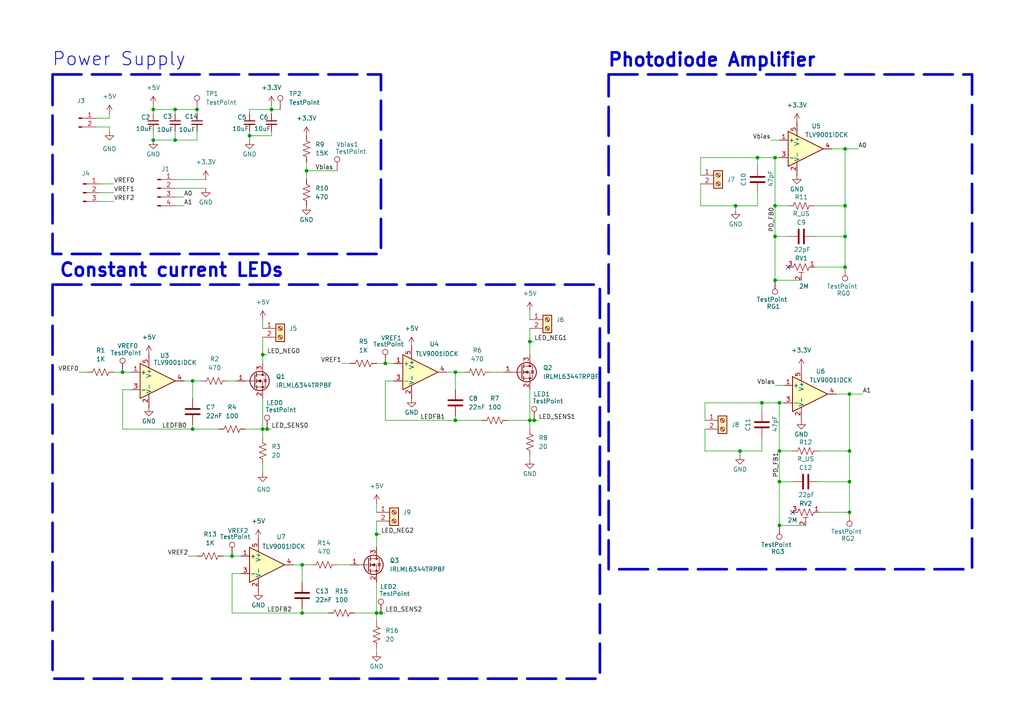
<source format=kicad_sch>
(kicad_sch (version 20231120) (generator "eeschema") (generator_version "8.0")
  (paper "A4")
  (lib_symbols
    (symbol "Amplifier_Operational:TLV9001IDCK" (pin_names (offset 0.127))
      (property "Reference" "U" (at 7.62 2.54 0))
      (property "Value" "TLV9001IDCK" (at 11.43 -2.54 0))
      (symbol "TLV9001IDCK_0_1"
        (polyline (pts (xy -2.54 5.08) (xy -2.54 -5.08) (xy 7.62 0) (xy -2.54 5.08)) (stroke (width 0.254)) (fill (type background)))
      )
      (symbol "TLV9001IDCK_1_1"
        (pin input line (at -5.08 2.54 0) (length 2.54) (name "+") (number "1"))
        (pin power_in line (at 0 -7.62 90) (length 3.81) (name "V-") (number "2"))
        (pin input line (at -5.08 -2.54 0) (length 2.54) (name "-") (number "3"))
        (pin output line (at 10.16 0 180) (length 2.54) (name "~") (number "4"))
        (pin power_in line (at 0 7.62 270) (length 3.81) (name "V+") (number "5"))
      )
    )
    (symbol "Connector:Conn_01x02_Pin" (pin_names (offset 1.016) hide)
      (property "Reference" "J" (at 0 2.54 0))
      (property "Value" "Conn_01x02_Pin" (at 0 -5.08 0))
      (symbol "Conn_01x02_Pin_1_1"
        (polyline (pts (xy 1.27 -2.54) (xy 0.8636 -2.54)) (stroke (width 0.1524)))
        (polyline (pts (xy 1.27 0) (xy 0.8636 0)) (stroke (width 0.1524)))
        (rectangle (start 0.8636 -2.413) (end 0 -2.667) (stroke (width 0.1524)) (fill (type outline)))
        (rectangle (start 0.8636 0.127) (end 0 -0.127) (stroke (width 0.1524)) (fill (type outline)))
        (pin passive line (at 5.08 0 180) (length 3.81) (name "Pin_1") (number "1"))
        (pin passive line (at 5.08 -2.54 180) (length 3.81) (name "Pin_2") (number "2"))
      )
    )
    (symbol "Connector:Conn_01x03_Pin" (pin_names (offset 1.016) hide)
      (property "Reference" "J" (at 0 5.08 0))
      (property "Value" "Conn_01x03_Pin" (at 0 -5.08 0))
      (symbol "Conn_01x03_Pin_1_1"
        (polyline (pts (xy 1.27 -2.54) (xy 0.8636 -2.54)) (stroke (width 0.1524)))
        (polyline (pts (xy 1.27 0) (xy 0.8636 0)) (stroke (width 0.1524)))
        (polyline (pts (xy 1.27 2.54) (xy 0.8636 2.54)) (stroke (width 0.1524)))
        (rectangle (start 0.8636 -2.413) (end 0 -2.667) (stroke (width 0.1524)) (fill (type outline)))
        (rectangle (start 0.8636 0.127) (end 0 -0.127) (stroke (width 0.1524)) (fill (type outline)))
        (rectangle (start 0.8636 2.667) (end 0 2.413) (stroke (width 0.1524)) (fill (type outline)))
        (pin passive line (at 5.08 2.54 180) (length 3.81) (name "Pin_1") (number "1"))
        (pin passive line (at 5.08 0 180) (length 3.81) (name "Pin_2") (number "2"))
        (pin passive line (at 5.08 -2.54 180) (length 3.81) (name "Pin_3") (number "3"))
      )
    )
    (symbol "Connector:Conn_01x04_Pin" (pin_names (offset 1.016) hide)
      (property "Reference" "J" (at 0 5.08 0))
      (property "Value" "Conn_01x04_Pin" (at 0 -7.62 0))
      (symbol "Conn_01x04_Pin_1_1"
        (polyline (pts (xy 1.27 -5.08) (xy 0.8636 -5.08)) (stroke (width 0.1524)))
        (polyline (pts (xy 1.27 -2.54) (xy 0.8636 -2.54)) (stroke (width 0.1524)))
        (polyline (pts (xy 1.27 0) (xy 0.8636 0)) (stroke (width 0.1524)))
        (polyline (pts (xy 1.27 2.54) (xy 0.8636 2.54)) (stroke (width 0.1524)))
        (rectangle (start 0.8636 -4.953) (end 0 -5.207) (stroke (width 0.1524)) (fill (type outline)))
        (rectangle (start 0.8636 -2.413) (end 0 -2.667) (stroke (width 0.1524)) (fill (type outline)))
        (rectangle (start 0.8636 0.127) (end 0 -0.127) (stroke (width 0.1524)) (fill (type outline)))
        (rectangle (start 0.8636 2.667) (end 0 2.413) (stroke (width 0.1524)) (fill (type outline)))
        (pin passive line (at 5.08 2.54 180) (length 3.81) (name "Pin_1") (number "1"))
        (pin passive line (at 5.08 0 180) (length 3.81) (name "Pin_2") (number "2"))
        (pin passive line (at 5.08 -2.54 180) (length 3.81) (name "Pin_3") (number "3"))
        (pin passive line (at 5.08 -5.08 180) (length 3.81) (name "Pin_4") (number "4"))
      )
    )
    (symbol "Connector:Screw_Terminal_01x02" (pin_names (offset 1.016) hide)
      (property "Reference" "J" (at 0 2.54 0))
      (property "Value" "Screw_Terminal_01x02" (at 0 -5.08 0))
      (symbol "Screw_Terminal_01x02_1_1"
        (rectangle (start -1.27 1.27) (end 1.27 -3.81) (stroke (width 0.254)) (fill (type background)))
        (circle (center 0 -2.54) (radius 0.635) (stroke (width 0.1524)))
        (polyline (pts (xy -0.5334 -2.2098) (xy 0.3302 -3.048)) (stroke (width 0.1524)))
        (polyline (pts (xy -0.5334 0.3302) (xy 0.3302 -0.508)) (stroke (width 0.1524)))
        (polyline (pts (xy -0.3556 -2.032) (xy 0.508 -2.8702)) (stroke (width 0.1524)))
        (polyline (pts (xy -0.3556 0.508) (xy 0.508 -0.3302)) (stroke (width 0.1524)))
        (circle (center 0 0) (radius 0.635) (stroke (width 0.1524)))
        (pin passive line (at -5.08 0 0) (length 3.81) (name "Pin_1") (number "1"))
        (pin passive line (at -5.08 -2.54 0) (length 3.81) (name "Pin_2") (number "2"))
      )
    )
    (symbol "Connector:TestPoint" (pin_numbers hide) (pin_names (offset 0.762) hide)
      (property "Reference" "TP" (at 0 6.858 0))
      (property "Value" "TestPoint" (at 0 5.08 0))
      (symbol "TestPoint_0_1"
        (circle (center 0 3.302) (radius 0.762))
      )
      (symbol "TestPoint_1_1"
        (pin passive line (at 0 0 90) (length 2.54) (name "1") (number "1"))
      )
    )
    (symbol "Device:C" (pin_numbers hide) (pin_names (offset 0.254))
      (property "Reference" "C" (at 0.635 2.54 0))
      (property "Value" "C" (at 0.635 -2.54 0))
      (symbol "C_0_1"
        (polyline (pts (xy -2.032 -0.762) (xy 2.032 -0.762)) (stroke (width 0.508)))
        (polyline (pts (xy -2.032 0.762) (xy 2.032 0.762)) (stroke (width 0.508)))
      )
      (symbol "C_1_1"
        (pin passive line (at 0 3.81 270) (length 2.794) (name "~") (number "1"))
        (pin passive line (at 0 -3.81 90) (length 2.794) (name "~") (number "2"))
      )
    )
    (symbol "Device:C_Small" (pin_numbers hide) (pin_names (offset 0.254) hide)
      (property "Reference" "C" (at 0.254 1.778 0))
      (property "Value" "C_Small" (at 0.254 -2.032 0))
      (symbol "C_Small_0_1"
        (polyline (pts (xy -1.524 -0.508) (xy 1.524 -0.508)) (stroke (width 0.3302)))
        (polyline (pts (xy -1.524 0.508) (xy 1.524 0.508)) (stroke (width 0.3048)))
      )
      (symbol "C_Small_1_1"
        (pin passive line (at 0 2.54 270) (length 2.032) (name "~") (number "1"))
        (pin passive line (at 0 -2.54 90) (length 2.032) (name "~") (number "2"))
      )
    )
    (symbol "Device:R_Potentiometer_Trim_US" (pin_names (offset 1.016) hide)
      (property "Reference" "RV" (at -4.445 0 90))
      (property "Value" "R_Potentiometer_Trim_US" (at -2.54 0 90))
      (symbol "R_Potentiometer_Trim_US_0_1"
        (polyline (pts (xy 0 -2.286) (xy 0 -2.54)))
        (polyline (pts (xy 0 2.286) (xy 0 2.54)))
        (polyline (pts (xy 1.524 0.762) (xy 1.524 -0.762)))
        (polyline (pts (xy 2.54 0) (xy 1.524 0)))
        (polyline (pts (xy 0 -0.762) (xy 1.016 -1.143) (xy 0 -1.524) (xy -1.016 -1.905) (xy 0 -2.286)))
        (polyline (pts (xy 0 0.762) (xy 1.016 0.381) (xy 0 0) (xy -1.016 -0.381) (xy 0 -0.762)))
        (polyline (pts (xy 0 2.286) (xy 1.016 1.905) (xy 0 1.524) (xy -1.016 1.143) (xy 0 0.762)))
      )
      (symbol "R_Potentiometer_Trim_US_1_1"
        (pin passive line (at 0 3.81 270) (length 1.27) (name "1") (number "1"))
        (pin passive line (at 3.81 0 180) (length 1.27) (name "2") (number "2"))
        (pin passive line (at 0 -3.81 90) (length 1.27) (name "3") (number "3"))
      )
    )
    (symbol "Device:R_US" (pin_numbers hide) (pin_names (offset 0))
      (property "Reference" "R" (at 2.54 0 90))
      (property "Value" "R_US" (at -2.54 0 90))
      (symbol "R_US_0_1"
        (polyline (pts (xy 0 -2.286) (xy 0 -2.54)))
        (polyline (pts (xy 0 2.286) (xy 0 2.54)))
        (polyline (pts (xy 0 -0.762) (xy 1.016 -1.143) (xy 0 -1.524) (xy -1.016 -1.905) (xy 0 -2.286)))
        (polyline (pts (xy 0 0.762) (xy 1.016 0.381) (xy 0 0) (xy -1.016 -0.381) (xy 0 -0.762)))
        (polyline (pts (xy 0 2.286) (xy 1.016 1.905) (xy 0 1.524) (xy -1.016 1.143) (xy 0 0.762)))
      )
      (symbol "R_US_1_1"
        (pin passive line (at 0 3.81 270) (length 1.27) (name "~") (number "1"))
        (pin passive line (at 0 -3.81 90) (length 1.27) (name "~") (number "2"))
      )
    )
    (symbol "Transistor_FET:2N7002" (pin_names hide)
      (property "Reference" "Q" (at 5.08 1.905 0))
      (property "Value" "2N7002" (at 5.08 0 0))
      (symbol "2N7002_0_1"
        (polyline (pts (xy 0.254 0) (xy -2.54 0)))
        (polyline (pts (xy 0.254 1.905) (xy 0.254 -1.905)) (stroke (width 0.254)))
        (polyline (pts (xy 0.762 -1.27) (xy 0.762 -2.286)) (stroke (width 0.254)))
        (polyline (pts (xy 0.762 0.508) (xy 0.762 -0.508)) (stroke (width 0.254)))
        (polyline (pts (xy 0.762 2.286) (xy 0.762 1.27)) (stroke (width 0.254)))
        (polyline (pts (xy 2.54 2.54) (xy 2.54 1.778)))
        (polyline (pts (xy 2.54 -2.54) (xy 2.54 0) (xy 0.762 0)))
        (polyline (pts (xy 0.762 -1.778) (xy 3.302 -1.778) (xy 3.302 1.778) (xy 0.762 1.778)))
        (polyline (pts (xy 1.016 0) (xy 2.032 0.381) (xy 2.032 -0.381) (xy 1.016 0)) (fill (type outline)))
        (polyline (pts (xy 2.794 0.508) (xy 2.921 0.381) (xy 3.683 0.381) (xy 3.81 0.254)))
        (polyline (pts (xy 3.302 0.381) (xy 2.921 -0.254) (xy 3.683 -0.254) (xy 3.302 0.381)))
        (circle (center 1.651 0) (radius 2.794) (stroke (width 0.254)))
        (circle (center 2.54 -1.778) (radius 0.254) (fill (type outline)))
        (circle (center 2.54 1.778) (radius 0.254) (fill (type outline)))
      )
      (symbol "2N7002_1_1"
        (pin input line (at -5.08 0 0) (length 2.54) (name "G") (number "1"))
        (pin passive line (at 2.54 -5.08 90) (length 2.54) (name "S") (number "2"))
        (pin passive line (at 2.54 5.08 270) (length 2.54) (name "D") (number "3"))
      )
    )
    (symbol "power:+3.3V" (power) (pin_numbers hide) (pin_names (offset 0) hide)
      (property "Value" "+3.3V" (at 0 3.556 0))
      (symbol "+3.3V_0_1"
        (polyline (pts (xy -0.762 1.27) (xy 0 2.54)))
        (polyline (pts (xy 0 0) (xy 0 2.54)))
        (polyline (pts (xy 0 2.54) (xy 0.762 1.27)))
      )
      (symbol "+3.3V_1_1"
        (pin power_in line (at 0 0 90) (length 0) (name "~") (number "1"))
      )
    )
    (symbol "power:+5V" (power) (pin_numbers hide) (pin_names (offset 0) hide)
      (property "Value" "+5V" (at 0 3.556 0))
      (symbol "+5V_0_1"
        (polyline (pts (xy -0.762 1.27) (xy 0 2.54)))
        (polyline (pts (xy 0 0) (xy 0 2.54)))
        (polyline (pts (xy 0 2.54) (xy 0.762 1.27)))
      )
      (symbol "+5V_1_1"
        (pin power_in line (at 0 0 90) (length 0) (name "~") (number "1"))
      )
    )
    (symbol "power:GND" (power) (pin_numbers hide) (pin_names (offset 0) hide)
      (property "Value" "GND" (at 0 -3.81 0))
      (symbol "GND_0_1"
        (polyline (pts (xy 0 0) (xy 0 -1.27) (xy 1.27 -1.27) (xy 0 -2.54) (xy -1.27 -1.27) (xy 0 -1.27)))
      )
      (symbol "GND_1_1"
        (pin power_in line (at 0 0 270) (length 0) (name "~") (number "1"))
      )
    )
  )
  (junction (at 57.15 31.75))
  (junction (at 226.06 130.81))
  (junction (at 246.38 114.3))
  (junction (at 226.06 152.4))
  (junction (at 111.76 105.41))
  (junction (at 35.56 107.95))
  (junction (at 224.79 59.69))
  (junction (at 87.63 163.83))
  (junction (at 153.67 121.92))
  (junction (at 55.88 124.46))
  (junction (at 72.39 39.37))
  (junction (at 213.36 59.69))
  (junction (at 109.22 154.94))
  (junction (at 67.31 161.29))
  (junction (at 132.08 107.95))
  (junction (at 87.63 177.8))
  (junction (at 78.74 31.75))
  (junction (at 214.63 130.81))
  (junction (at 226.06 116.84))
  (junction (at 44.45 40.64))
  (junction (at 50.8 31.75))
  (junction (at 76.2 102.87))
  (junction (at 153.67 99.06))
  (junction (at 245.11 68.58))
  (junction (at 246.38 148.59))
  (junction (at 220.98 116.84))
  (junction (at 245.11 77.47))
  (junction (at 245.11 43.18))
  (junction (at 226.06 139.7))
  (junction (at 110.49 177.8))
  (junction (at 246.38 139.7))
  (junction (at 109.22 177.8))
  (junction (at 55.88 110.49))
  (junction (at 76.2 124.46))
  (junction (at 154.94 121.92))
  (junction (at 50.8 40.64))
  (junction (at 224.79 68.58))
  (junction (at 224.79 45.72))
  (junction (at 132.08 121.92))
  (junction (at 219.71 45.72))
  (junction (at 88.9 49.53))
  (junction (at 224.79 81.28))
  (junction (at 245.11 59.69))
  (junction (at 246.38 130.81))
  (junction (at 44.45 31.75))
  (junction (at 77.47 124.46))
  (no_connect (at 229.87 148.59))
  (no_connect (at 228.6 77.47))
  (wire (pts (xy 224.79 45.72) (xy 219.71 45.72)))
  (wire (pts (xy 233.68 152.4) (xy 226.06 152.4)))
  (wire (pts (xy 95.25 177.8) (xy 87.63 177.8)))
  (wire (pts (xy 224.79 68.58) (xy 224.79 81.28)))
  (wire (pts (xy 227.33 116.84) (xy 226.06 116.84)))
  (wire (pts (xy 57.15 31.75) (xy 57.15 33.02)))
  (wire (pts (xy 109.22 154.94) (xy 109.22 158.75)))
  (wire (pts (xy 35.56 113.03) (xy 38.1 113.03)))
  (wire (pts (xy 228.6 68.58) (xy 224.79 68.58)))
  (wire (pts (xy 153.67 99.06) (xy 153.67 102.87)))
  (wire (pts (xy 97.79 163.83) (xy 101.6 163.83)))
  (wire (pts (xy 229.87 139.7) (xy 226.06 139.7)))
  (wire (pts (xy 246.38 114.3) (xy 242.57 114.3)))
  (wire (pts (xy 71.12 124.46) (xy 76.2 124.46)))
  (wire (pts (xy 245.11 43.18) (xy 241.3 43.18)))
  (wire (pts (xy 72.39 31.75) (xy 78.74 31.75)))
  (wire (pts (xy 132.08 107.95) (xy 134.62 107.95)))
  (wire (pts (xy 219.71 59.69) (xy 219.71 55.88)))
  (wire (pts (xy 204.47 124.46) (xy 204.47 130.81)))
  (wire (pts (xy 55.88 110.49) (xy 55.88 115.57)))
  (wire (pts (xy 226.06 45.72) (xy 224.79 45.72)))
  (wire (pts (xy 109.22 151.13) (xy 109.22 154.94)))
  (wire (pts (xy 109.22 105.41) (xy 111.76 105.41)))
  (wire (pts (xy 246.38 139.7) (xy 237.49 139.7)))
  (wire (pts (xy 110.49 177.8) (xy 111.76 177.8)))
  (wire (pts (xy 63.5 124.46) (xy 55.88 124.46)))
  (wire (pts (xy 102.87 177.8) (xy 109.22 177.8)))
  (wire (pts (xy 226.06 139.7) (xy 226.06 130.81)))
  (wire (pts (xy 109.22 177.8) (xy 110.49 177.8)))
  (wire (pts (xy 88.9 49.53) (xy 88.9 52.07)))
  (wire (pts (xy 31.75 36.83) (xy 31.75 38.1)))
  (wire (pts (xy 246.38 139.7) (xy 246.38 148.59)))
  (wire (pts (xy 72.39 39.37) (xy 72.39 40.64)))
  (wire (pts (xy 226.06 130.81) (xy 226.06 116.84)))
  (wire (pts (xy 27.94 34.29) (xy 31.75 34.29)))
  (wire (pts (xy 76.2 102.87) (xy 76.2 105.41)))
  (wire (pts (xy 220.98 116.84) (xy 220.98 119.38)))
  (wire (pts (xy 22.86 107.95) (xy 25.4 107.95)))
  (wire (pts (xy 54.61 161.29) (xy 57.15 161.29)))
  (wire (pts (xy 72.39 38.1) (xy 72.39 39.37)))
  (wire (pts (xy 153.67 90.17) (xy 153.67 92.71)))
  (wire (pts (xy 76.2 124.46) (xy 76.2 127)))
  (wire (pts (xy 246.38 148.59) (xy 237.49 148.59)))
  (wire (pts (xy 35.56 107.95) (xy 38.1 107.95)))
  (wire (pts (xy 53.34 110.49) (xy 55.88 110.49)))
  (wire (pts (xy 66.04 110.49) (xy 68.58 110.49)))
  (wire (pts (xy 78.74 38.1) (xy 78.74 39.37)))
  (wire (pts (xy 72.39 31.75) (xy 72.39 33.02)))
  (wire (pts (xy 111.76 105.41) (xy 114.3 105.41)))
  (wire (pts (xy 72.39 39.37) (xy 78.74 39.37)))
  (wire (pts (xy 132.08 120.65) (xy 132.08 121.92)))
  (wire (pts (xy 44.45 30.48) (xy 44.45 31.75)))
  (wire (pts (xy 245.11 77.47) (xy 236.22 77.47)))
  (wire (pts (xy 87.63 177.8) (xy 67.31 177.8)))
  (wire (pts (xy 50.8 57.15) (xy 53.34 57.15)))
  (wire (pts (xy 203.2 53.34) (xy 203.2 59.69)))
  (wire (pts (xy 33.02 107.95) (xy 35.56 107.95)))
  (wire (pts (xy 88.9 49.53) (xy 97.79 49.53)))
  (wire (pts (xy 236.22 59.69) (xy 245.11 59.69)))
  (wire (pts (xy 245.11 43.18) (xy 248.92 43.18)))
  (wire (pts (xy 78.74 30.48) (xy 78.74 31.75)))
  (wire (pts (xy 64.77 161.29) (xy 67.31 161.29)))
  (wire (pts (xy 109.22 154.94) (xy 110.49 154.94)))
  (wire (pts (xy 132.08 121.92) (xy 111.76 121.92)))
  (wire (pts (xy 204.47 116.84) (xy 204.47 121.92)))
  (wire (pts (xy 147.32 121.92) (xy 153.67 121.92)))
  (wire (pts (xy 224.79 68.58) (xy 224.79 59.69)))
  (wire (pts (xy 29.21 58.42) (xy 33.02 58.42)))
  (wire (pts (xy 109.22 146.05) (xy 109.22 148.59)))
  (wire (pts (xy 50.8 40.64) (xy 57.15 40.64)))
  (wire (pts (xy 226.06 139.7) (xy 226.06 152.4)))
  (wire (pts (xy 203.2 45.72) (xy 203.2 50.8)))
  (wire (pts (xy 245.11 59.69) (xy 245.11 68.58)))
  (wire (pts (xy 219.71 45.72) (xy 203.2 45.72)))
  (wire (pts (xy 87.63 176.53) (xy 87.63 177.8)))
  (wire (pts (xy 77.47 124.46) (xy 78.74 124.46)))
  (wire (pts (xy 154.94 121.92) (xy 156.21 121.92)))
  (wire (pts (xy 246.38 130.81) (xy 246.38 139.7)))
  (wire (pts (xy 76.2 134.62) (xy 76.2 137.16)))
  (wire (pts (xy 237.49 130.81) (xy 246.38 130.81)))
  (wire (pts (xy 55.88 123.19) (xy 55.88 124.46)))
  (wire (pts (xy 153.67 99.06) (xy 154.94 99.06)))
  (wire (pts (xy 29.21 53.34) (xy 33.02 53.34)))
  (wire (pts (xy 142.24 107.95) (xy 146.05 107.95)))
  (wire (pts (xy 220.98 116.84) (xy 204.47 116.84)))
  (wire (pts (xy 224.79 111.76) (xy 227.33 111.76)))
  (wire (pts (xy 109.22 177.8) (xy 109.22 180.34)))
  (wire (pts (xy 129.54 107.95) (xy 132.08 107.95)))
  (wire (pts (xy 67.31 161.29) (xy 69.85 161.29)))
  (wire (pts (xy 76.2 124.46) (xy 77.47 124.46)))
  (wire (pts (xy 232.41 81.28) (xy 224.79 81.28)))
  (wire (pts (xy 109.22 189.23) (xy 109.22 187.96)))
  (wire (pts (xy 76.2 92.71) (xy 76.2 95.25)))
  (wire (pts (xy 109.22 168.91) (xy 109.22 177.8)))
  (wire (pts (xy 246.38 114.3) (xy 250.19 114.3)))
  (wire (pts (xy 153.67 95.25) (xy 153.67 99.06)))
  (wire (pts (xy 50.8 31.75) (xy 57.15 31.75)))
  (wire (pts (xy 223.52 40.64) (xy 226.06 40.64)))
  (wire (pts (xy 35.56 124.46) (xy 35.56 113.03)))
  (wire (pts (xy 78.74 31.75) (xy 78.74 33.02)))
  (wire (pts (xy 50.8 54.61) (xy 59.69 54.61)))
  (wire (pts (xy 153.67 133.35) (xy 153.67 132.08)))
  (wire (pts (xy 228.6 59.69) (xy 224.79 59.69)))
  (wire (pts (xy 44.45 38.1) (xy 44.45 40.64)))
  (wire (pts (xy 139.7 121.92) (xy 132.08 121.92)))
  (wire (pts (xy 31.75 33.02) (xy 31.75 34.29)))
  (wire (pts (xy 153.67 121.92) (xy 153.67 124.46)))
  (wire (pts (xy 78.74 31.75) (xy 81.28 31.75)))
  (wire (pts (xy 203.2 59.69) (xy 213.36 59.69)))
  (wire (pts (xy 85.09 163.83) (xy 87.63 163.83)))
  (wire (pts (xy 213.36 60.96) (xy 213.36 59.69)))
  (wire (pts (xy 50.8 31.75) (xy 50.8 33.02)))
  (wire (pts (xy 213.36 59.69) (xy 219.71 59.69)))
  (wire (pts (xy 88.9 46.99) (xy 88.9 49.53)))
  (wire (pts (xy 87.63 163.83) (xy 90.17 163.83)))
  (wire (pts (xy 76.2 102.87) (xy 77.47 102.87)))
  (wire (pts (xy 67.31 177.8) (xy 67.31 166.37)))
  (wire (pts (xy 111.76 110.49) (xy 114.3 110.49)))
  (wire (pts (xy 214.63 130.81) (xy 220.98 130.81)))
  (wire (pts (xy 55.88 110.49) (xy 58.42 110.49)))
  (wire (pts (xy 245.11 68.58) (xy 236.22 68.58)))
  (wire (pts (xy 44.45 31.75) (xy 50.8 31.75)))
  (wire (pts (xy 246.38 130.81) (xy 246.38 114.3)))
  (wire (pts (xy 27.94 36.83) (xy 31.75 36.83)))
  (wire (pts (xy 99.06 105.41) (xy 101.6 105.41)))
  (wire (pts (xy 57.15 38.1) (xy 57.15 40.64)))
  (wire (pts (xy 245.11 59.69) (xy 245.11 43.18)))
  (wire (pts (xy 44.45 31.75) (xy 44.45 33.02)))
  (wire (pts (xy 76.2 115.57) (xy 76.2 124.46)))
  (wire (pts (xy 245.11 68.58) (xy 245.11 77.47)))
  (wire (pts (xy 67.31 166.37) (xy 69.85 166.37)))
  (wire (pts (xy 204.47 130.81) (xy 214.63 130.81)))
  (wire (pts (xy 50.8 59.69) (xy 53.34 59.69)))
  (wire (pts (xy 226.06 116.84) (xy 220.98 116.84)))
  (wire (pts (xy 29.21 55.88) (xy 33.02 55.88)))
  (wire (pts (xy 153.67 121.92) (xy 154.94 121.92)))
  (wire (pts (xy 55.88 124.46) (xy 35.56 124.46)))
  (wire (pts (xy 224.79 59.69) (xy 224.79 45.72)))
  (wire (pts (xy 111.76 121.92) (xy 111.76 110.49)))
  (wire (pts (xy 229.87 130.81) (xy 226.06 130.81)))
  (wire (pts (xy 44.45 40.64) (xy 50.8 40.64)))
  (wire (pts (xy 50.8 38.1) (xy 50.8 40.64)))
  (wire (pts (xy 214.63 132.08) (xy 214.63 130.81)))
  (wire (pts (xy 219.71 45.72) (xy 219.71 48.26)))
  (wire (pts (xy 132.08 107.95) (xy 132.08 113.03)))
  (wire (pts (xy 76.2 97.79) (xy 76.2 102.87)))
  (wire (pts (xy 153.67 113.03) (xy 153.67 121.92)))
  (wire (pts (xy 87.63 163.83) (xy 87.63 168.91)))
  (wire (pts (xy 50.8 52.07) (xy 59.69 52.07)))
  (wire (pts (xy 220.98 130.81) (xy 220.98 127)))
  (rectangle (start 176.53 21.59) (end 281.94 165.1) (stroke (width 0.762) (type dash)))
  (rectangle (start 15.24 82.55) (end 173.99 196.85) (stroke (width 0.762) (type dash)))
  (rectangle (start 15.24 21.59) (end 110.49 73.66) (stroke (width 0.762) (type dash)))
  (text "Constant current LEDs" (at 49.784 78.486 0) (effects (font (size 3.81 3.81) (bold yes))))
  (text "Photodiode Amplifier" (at 206.502 17.526 0) (effects (font (size 3.81 3.81) (bold yes))))
  (text "Power Supply" (at 34.544 17.272 0) (effects (font (size 3.81 3.81) (thickness 0.254) (bold yes))))
  (label "PD_FB1" (at 226.06 138.43 90))
  (label "LED_SENS0" (at 78.74 124.46 0))
  (label "LED_NEG0" (at 77.47 102.87 0))
  (label "A0" (at 53.34 57.15 0))
  (label "VREF2" (at 33.02 58.42 0))
  (label "VREF2" (at 54.61 161.29 180))
  (label "LEDFB1" (at 121.92 121.92 0))
  (label "LED_NEG2" (at 110.49 154.94 0))
  (label "A1" (at 250.19 114.3 0))
  (label "A0" (at 248.92 43.18 0))
  (label "VREF0" (at 33.02 53.34 0))
  (label "Vbias" (at 223.52 40.64 180))
  (label "LEDFB2" (at 77.47 177.8 0))
  (label "VREF0" (at 22.86 107.95 180))
  (label "Vbias" (at 91.44 49.53 0))
  (label "LED_NEG1" (at 154.94 99.06 0))
  (label "VREF1" (at 99.06 105.41 180))
  (label "PD_FB0" (at 224.79 67.31 90))
  (label "LED_SENS2" (at 111.76 177.8 0))
  (label "VREF1" (at 33.02 55.88 0))
  (label "LED_SENS1" (at 156.21 121.92 0))
  (label "Vbias" (at 224.79 111.76 180))
  (label "A1" (at 53.34 59.69 0))
  (label "LEDFB0" (at 46.99 124.46 0))
  (symbol (lib_id "power:GND") (at 214.63 132.08 0) (unit 1)
    (property "Reference" "#PWR022" (effects (hide yes)))
    (property "Value" "GND" (at 214.63 136.144 0))
    (property "Description" "Power symbol creates a global label with name \"GND\" , ground" (effects (hide yes)))
  )
  (symbol (lib_id "Connector:TestPoint") (at 97.79 49.53 0) (unit 1)
    (property "Reference" "Vbias1" (at 97.536 41.91 0) (effects (justify left)))
    (property "Value" "TestPoint" (at 97.282 43.942 0) (effects (justify left)))
    (property "Footprint" "TestPoint:TestPoint_Pad_1.0x1.0mm" (effects (hide yes)))
    (property "Description" "test point" (effects (hide yes)))
  )
  (symbol (lib_id "power:+5V") (at 43.18 102.87 0) (unit 1)
    (property "Reference" "#PWR016" (effects (hide yes)))
    (property "Value" "+5V" (at 43.18 97.79 0))
    (property "Description" "Power symbol creates a global label with name \"+5V\"" (effects (hide yes)))
  )
  (symbol (lib_id "power:GND") (at 76.2 137.16 0) (unit 1)
    (property "Reference" "#PWR012" (effects (hide yes)))
    (property "Value" "GND" (at 76.454 141.986 0))
    (property "Description" "Power symbol creates a global label with name \"GND\" , ground" (effects (hide yes)))
  )
  (symbol (lib_id "Connector:TestPoint") (at 35.56 107.95 0) (unit 1)
    (property "Reference" "VREF0" (at 34.036 100.33 0) (effects (justify left)))
    (property "Value" "TestPoint" (at 32.004 102.362 0) (effects (justify left)))
    (property "Footprint" "TestPoint:TestPoint_THTPad_1.5x1.5mm_Drill0.7mm" (effects (hide yes)))
    (property "Description" "test point" (effects (hide yes)))
  )
  (symbol (lib_id "Connector:TestPoint") (at 226.06 152.4 180) (unit 1)
    (property "Reference" "RG3" (at 227.584 160.02 0) (effects (justify left)))
    (property "Value" "TestPoint" (at 229.616 157.988 0) (effects (justify left)))
    (property "Footprint" "TestPoint:TestPoint_THTPad_1.5x1.5mm_Drill0.7mm" (effects (hide yes)))
    (property "Description" "test point" (effects (hide yes)))
  )
  (symbol (lib_id "power:GND") (at 213.36 60.96 0) (unit 1)
    (property "Reference" "#PWR024" (effects (hide yes)))
    (property "Value" "GND" (at 213.36 65.024 0))
    (property "Description" "Power symbol creates a global label with name \"GND\" , ground" (effects (hide yes)))
  )
  (symbol (lib_id "Transistor_FET:2N7002") (at 106.68 163.83 0) (unit 1)
    (property "Reference" "Q3" (at 113.03 162.5599 0) (effects (justify left)))
    (property "Value" "IRLML6344TRPBF" (at 113.03 165.0999 0) (effects (justify left)))
    (property "Footprint" "Package_TO_SOT_SMD:SOT-23_Handsoldering" (effects (hide yes)))
    (property "Description" "5.8A Id, 25V Vds, 24mOhm, 5.4 Qg, N-Channel MOSFET, SOT-23" (effects (hide yes)))
  )
  (symbol (lib_id "Device:C") (at 219.71 52.07 180) (unit 1)
    (property "Reference" "C10" (at 215.646 52.07 90))
    (property "Value" "47pF" (at 223.52 51.816 90))
    (property "Footprint" "Capacitor_SMD:C_0603_1608Metric_Pad1.08x0.95mm_HandSolder" (effects (hide yes)))
    (property "Description" "Unpolarized capacitor" (effects (hide yes)))
  )
  (symbol (lib_id "Connector:Conn_01x04_Pin") (at 45.72 54.61 0) (unit 1)
    (property "Reference" "J1" (at 48.006 49.022 0))
    (property "Value" "Conn_01x04_Pin" (effects (hide yes)))
    (property "Footprint" "Connector_PinHeader_2.54mm:PinHeader_1x04_P2.54mm_Vertical" (effects (hide yes)))
    (property "Description" "Generic connector, single row, 01x04, script generated" (effects (hide yes)))
  )
  (symbol (lib_id "Device:R_US") (at 232.41 59.69 270) (unit 1)
    (property "Reference" "R11" (at 232.41 57.15 90))
    (property "Value" "R_US" (at 232.41 61.976 90))
    (property "Footprint" "Resistor_SMD:R_0603_1608Metric_Pad0.98x0.95mm_HandSolder" (effects (hide yes)))
    (property "Description" "Resistor, US symbol" (effects (hide yes)))
  )
  (symbol (lib_id "power:GND") (at 72.39 40.64 0) (unit 1)
    (property "Reference" "#PWR05" (effects (hide yes)))
    (property "Value" "GND" (at 72.39 44.704 0))
    (property "Description" "Power symbol creates a global label with name \"GND\" , ground" (effects (hide yes)))
  )
  (symbol (lib_id "power:+5V") (at 109.22 146.05 0) (unit 1)
    (property "Reference" "#PWR030" (effects (hide yes)))
    (property "Value" "+5V" (at 109.22 140.97 0))
    (property "Description" "Power symbol creates a global label with name \"+5V\"" (effects (hide yes)))
  )
  (symbol (lib_id "power:+3.3V") (at 231.14 35.56 0) (unit 1)
    (property "Reference" "#PWR020" (effects (hide yes)))
    (property "Value" "+3.3V" (at 231.14 30.48 0))
    (property "Description" "Power symbol creates a global label with name \"+3.3V\"" (effects (hide yes)))
  )
  (symbol (lib_id "Amplifier_Operational:TLV9001IDCK") (at 43.18 110.49 0) (unit 1)
    (property "Reference" "U3" (at 47.752 103.124 0))
    (property "Value" "TLV9001IDCK" (at 50.8 105.156 0))
    (property "Footprint" "Package_TO_SOT_SMD:SOT-353_SC-70-5" (effects (hide yes)))
    (property "Datasheet" "https://www.ti.com/lit/ds/symlink/tlv9001.pdf" (effects (hide yes)))
    (property "Description" "Low-power, Rail-to-Rail, 1MHz Operational Amplifier, SOT-353" (effects (hide yes)))
  )
  (symbol (lib_id "Connector:TestPoint") (at 224.79 81.28 180) (unit 1)
    (property "Reference" "RG1" (at 226.314 88.9 0) (effects (justify left)))
    (property "Value" "TestPoint" (at 228.346 86.868 0) (effects (justify left)))
    (property "Footprint" "TestPoint:TestPoint_THTPad_1.5x1.5mm_Drill0.7mm" (effects (hide yes)))
    (property "Description" "test point" (effects (hide yes)))
  )
  (symbol (lib_id "Device:R_US") (at 76.2 130.81 0) (unit 1)
    (property "Reference" "R3" (at 78.74 129.5399 0) (effects (justify left)))
    (property "Value" "20" (at 78.74 132.0799 0) (effects (justify left)))
    (property "Footprint" "Resistor_SMD:R_0603_1608Metric_Pad0.98x0.95mm_HandSolder" (effects (hide yes)))
    (property "Description" "Resistor, US symbol" (effects (hide yes)))
  )
  (symbol (lib_id "Transistor_FET:2N7002") (at 151.13 107.95 0) (unit 1)
    (property "Reference" "Q2" (at 157.48 106.6799 0) (effects (justify left)))
    (property "Value" "IRLML6344TRPBF" (at 157.48 109.2199 0) (effects (justify left)))
    (property "Footprint" "Package_TO_SOT_SMD:SOT-23_Handsoldering" (effects (hide yes)))
    (property "Description" "5.8A Id, 25V Vds, 24mOhm, 5.4 Qg, N-Channel MOSFET, SOT-23" (effects (hide yes)))
  )
  (symbol (lib_id "power:+3.3V") (at 59.69 52.07 0) (unit 1)
    (property "Reference" "#PWR026" (effects (hide yes)))
    (property "Value" "+3.3V" (at 59.69 46.99 0))
    (property "Description" "Power symbol creates a global label with name \"+3.3V\"" (effects (hide yes)))
  )
  (symbol (lib_id "Device:R_US") (at 143.51 121.92 270) (unit 1)
    (property "Reference" "R7" (at 143.51 115.57 90))
    (property "Value" "100" (at 143.51 118.11 90))
    (property "Footprint" "Resistor_SMD:R_0603_1608Metric_Pad0.98x0.95mm_HandSolder" (effects (hide yes)))
    (property "Description" "Resistor, US symbol" (effects (hide yes)))
  )
  (symbol (lib_id "Device:R_US") (at 93.98 163.83 270) (unit 1)
    (property "Reference" "R14" (at 93.98 157.48 90))
    (property "Value" "470" (at 93.98 160.02 90))
    (property "Footprint" "Resistor_SMD:R_0603_1608Metric_Pad0.98x0.95mm_HandSolder" (effects (hide yes)))
    (property "Description" "Resistor, US symbol" (effects (hide yes)))
  )
  (symbol (lib_id "Device:C") (at 55.88 119.38 0) (unit 1)
    (property "Reference" "C7" (at 59.69 118.1099 0) (effects (justify left)))
    (property "Value" "22nF" (at 59.69 120.6499 0) (effects (justify left)))
    (property "Footprint" "Capacitor_SMD:C_0603_1608Metric_Pad1.08x0.95mm_HandSolder" (effects (hide yes)))
    (property "Description" "Unpolarized capacitor" (effects (hide yes)))
  )
  (symbol (lib_id "power:+5V") (at 119.38 100.33 0) (unit 1)
    (property "Reference" "#PWR017" (effects (hide yes)))
    (property "Value" "+5V" (at 119.38 95.25 0))
    (property "Description" "Power symbol creates a global label with name \"+5V\"" (effects (hide yes)))
  )
  (symbol (lib_id "power:GND") (at 74.93 171.45 0) (unit 1)
    (property "Reference" "#PWR029" (effects (hide yes)))
    (property "Value" "GND" (at 74.93 175.514 0))
    (property "Description" "Power symbol creates a global label with name \"GND\" , ground" (effects (hide yes)))
  )
  (symbol (lib_id "Transistor_FET:2N7002") (at 73.66 110.49 0) (unit 1)
    (property "Reference" "Q1" (at 80.01 109.2199 0) (effects (justify left)))
    (property "Value" "IRLML6344TRPBF" (at 80.01 111.7599 0) (effects (justify left)))
    (property "Footprint" "Package_TO_SOT_SMD:SOT-23_Handsoldering" (effects (hide yes)))
    (property "Description" "5.8A Id, 25V Vds, 24mOhm, 5.4 Qg, N-Channel MOSFET, SOT-23" (effects (hide yes)))
  )
  (symbol (lib_id "Amplifier_Operational:TLV9001IDCK") (at 232.41 114.3 0) (unit 1)
    (property "Reference" "U6" (at 237.998 107.696 0))
    (property "Value" "TLV9001IDCK" (at 241.046 110.236 0))
    (property "Footprint" "Package_TO_SOT_SMD:SOT-353_SC-70-5" (effects (hide yes)))
    (property "Datasheet" "https://www.ti.com/lit/ds/symlink/tlv9001.pdf" (effects (hide yes)))
    (property "Description" "Low-power, Rail-to-Rail, 1MHz Operational Amplifier, SOT-353" (effects (hide yes)))
  )
  (symbol (lib_id "Device:C_Small") (at 78.74 35.56 0) (unit 1)
    (property "Reference" "C6" (at 75.184 34.036 0) (effects (justify left)))
    (property "Value" "10uF" (at 73.66 37.338 0) (effects (justify left)))
    (property "Footprint" "Capacitor_SMD:C_0603_1608Metric_Pad1.08x0.95mm_HandSolder" (effects (hide yes)))
    (property "Description" "Unpolarized capacitor, small symbol" (effects (hide yes)))
  )
  (symbol (lib_id "Device:C_Small") (at 44.45 35.56 0) (unit 1)
    (property "Reference" "C2" (at 40.894 34.036 0) (effects (justify left)))
    (property "Value" "10uF" (at 39.37 37.338 0) (effects (justify left)))
    (property "Footprint" "Capacitor_SMD:C_0603_1608Metric_Pad1.08x0.95mm_HandSolder" (effects (hide yes)))
    (property "Description" "Unpolarized capacitor, small symbol" (effects (hide yes)))
  )
  (symbol (lib_id "Connector:Screw_Terminal_01x02") (at 158.75 92.71 0) (unit 1)
    (property "Reference" "J6" (at 161.29 92.7099 0) (effects (justify left)))
    (property "Value" "Screw_Terminal_01x02" (effects (hide yes)))
    (property "Footprint" "custom:TerminalBlock_PhoenixContact_1x02_P5.00mm_Vertical" (effects (hide yes)))
    (property "Description" "1869062" (effects (hide yes)))
  )
  (symbol (lib_id "power:GND") (at 231.14 50.8 0) (unit 1)
    (property "Reference" "#PWR021" (effects (hide yes)))
    (property "Value" "GND" (at 231.14 54.864 0))
    (property "Description" "Power symbol creates a global label with name \"GND\" , ground" (effects (hide yes)))
  )
  (symbol (lib_id "Connector:TestPoint") (at 111.76 105.41 0) (unit 1)
    (property "Reference" "VREF1" (at 110.49 98.044 0) (effects (justify left)))
    (property "Value" "TestPoint" (at 108.204 99.822 0) (effects (justify left)))
    (property "Footprint" "TestPoint:TestPoint_THTPad_1.5x1.5mm_Drill0.7mm" (effects (hide yes)))
    (property "Description" "test point" (effects (hide yes)))
  )
  (symbol (lib_id "Connector:TestPoint") (at 67.31 161.29 0) (unit 1)
    (property "Reference" "VREF2" (at 66.04 153.924 0) (effects (justify left)))
    (property "Value" "TestPoint" (at 63.754 155.702 0) (effects (justify left)))
    (property "Footprint" "TestPoint:TestPoint_THTPad_1.5x1.5mm_Drill0.7mm" (effects (hide yes)))
    (property "Description" "test point" (effects (hide yes)))
  )
  (symbol (lib_id "Device:C_Small") (at 50.8 35.56 0) (unit 1)
    (property "Reference" "C3" (at 47.244 33.782 0) (effects (justify left)))
    (property "Value" "10uF" (at 45.466 37.592 0) (effects (justify left)))
    (property "Footprint" "Capacitor_SMD:C_0603_1608Metric_Pad1.08x0.95mm_HandSolder" (effects (hide yes)))
    (property "Description" "Unpolarized capacitor, small symbol" (effects (hide yes)))
  )
  (symbol (lib_id "Connector:Conn_01x02_Pin") (at 22.86 34.29 0) (unit 1)
    (property "Reference" "J3" (at 23.495 29.21 0))
    (property "Value" "Conn_01x02_Pin" (effects (hide yes)))
    (property "Footprint" "Connector_PinHeader_2.54mm:PinHeader_1x02_P2.54mm_Vertical" (effects (hide yes)))
    (property "Description" "Generic connector, single row, 01x02, script generated" (effects (hide yes)))
  )
  (symbol (lib_id "Connector:TestPoint") (at 110.49 177.8 0) (unit 1)
    (property "Reference" "LED2" (at 110.236 170.18 0) (effects (justify left)))
    (property "Value" "TestPoint" (at 109.982 172.212 0) (effects (justify left)))
    (property "Footprint" "TestPoint:TestPoint_THTPad_1.5x1.5mm_Drill0.7mm" (effects (hide yes)))
    (property "Description" "test point" (effects (hide yes)))
  )
  (symbol (lib_id "Connector:Conn_01x03_Pin") (at 24.13 55.88 0) (unit 1)
    (property "Reference" "J4" (at 24.892 50.292 0))
    (property "Value" "Conn_01x03_Pin" (effects (hide yes)))
    (property "Footprint" "Connector_PinHeader_2.54mm:PinHeader_1x03_P2.54mm_Vertical" (effects (hide yes)))
    (property "Description" "Generic connector, single row, 01x03, script generated" (effects (hide yes)))
  )
  (symbol (lib_id "Device:R_US") (at 99.06 177.8 270) (unit 1)
    (property "Reference" "R15" (at 99.06 171.45 90))
    (property "Value" "100" (at 99.06 173.99 90))
    (property "Footprint" "Resistor_SMD:R_0603_1608Metric_Pad0.98x0.95mm_HandSolder" (effects (hide yes)))
    (property "Description" "Resistor, US symbol" (effects (hide yes)))
  )
  (symbol (lib_id "power:+3.3V") (at 232.41 106.68 0) (unit 1)
    (property "Reference" "#PWR023" (effects (hide yes)))
    (property "Value" "+3.3V" (at 232.41 101.6 0))
    (property "Description" "Power symbol creates a global label with name \"+3.3V\"" (effects (hide yes)))
  )
  (symbol (lib_id "power:+3.3V") (at 88.9 39.37 0) (unit 1)
    (property "Reference" "#PWR018" (effects (hide yes)))
    (property "Value" "+3.3V" (at 88.9 34.29 0))
    (property "Description" "Power symbol creates a global label with name \"+3.3V\"" (effects (hide yes)))
  )
  (symbol (lib_id "power:GND") (at 43.18 118.11 0) (unit 1)
    (property "Reference" "#PWR010" (effects (hide yes)))
    (property "Value" "GND" (at 43.18 122.174 0))
    (property "Description" "Power symbol creates a global label with name \"GND\" , ground" (effects (hide yes)))
  )
  (symbol (lib_id "Connector:Screw_Terminal_01x02") (at 114.3 148.59 0) (unit 1)
    (property "Reference" "J9" (at 116.84 148.5899 0) (effects (justify left)))
    (property "Value" "Screw_Terminal_01x02" (effects (hide yes)))
    (property "Footprint" "custom:TerminalBlock_PhoenixContact_1x02_P5.00mm_Vertical" (effects (hide yes)))
    (property "Description" "1869062" (effects (hide yes)))
  )
  (symbol (lib_id "Device:R_US") (at 153.67 128.27 0) (unit 1)
    (property "Reference" "R8" (at 156.21 126.9999 0) (effects (justify left)))
    (property "Value" "20" (at 156.21 129.5399 0) (effects (justify left)))
    (property "Footprint" "Resistor_SMD:R_0603_1608Metric_Pad0.98x0.95mm_HandSolder" (effects (hide yes)))
    (property "Description" "Resistor, US symbol" (effects (hide yes)))
  )
  (symbol (lib_id "Connector:TestPoint") (at 57.15 31.75 0) (unit 1)
    (property "Reference" "TP1" (at 59.69 27.1779 0) (effects (justify left)))
    (property "Value" "TestPoint" (at 59.69 29.7179 0) (effects (justify left)))
    (property "Footprint" "TestPoint:TestPoint_Pad_1.0x1.0mm" (effects (hide yes)))
    (property "Description" "test point" (effects (hide yes)))
  )
  (symbol (lib_id "power:+5V") (at 31.75 33.02 0) (unit 1)
    (property "Reference" "#PWR01" (effects (hide yes)))
    (property "Value" "+5V" (at 31.75 27.94 0))
    (property "Description" "Power symbol creates a global label with name \"+5V\"" (effects (hide yes)))
  )
  (symbol (lib_id "Device:C") (at 220.98 123.19 180) (unit 1)
    (property "Reference" "C11" (at 216.916 123.19 90))
    (property "Value" "47pF" (at 224.79 122.936 90))
    (property "Footprint" "Capacitor_SMD:C_0603_1608Metric_Pad1.08x0.95mm_HandSolder" (effects (hide yes)))
    (property "Description" "Unpolarized capacitor" (effects (hide yes)))
  )
  (symbol (lib_id "Connector:TestPoint") (at 245.11 77.47 180) (unit 1)
    (property "Reference" "RG0" (at 246.634 85.09 0) (effects (justify left)))
    (property "Value" "TestPoint" (at 248.666 83.058 0) (effects (justify left)))
    (property "Footprint" "TestPoint:TestPoint_THTPad_1.5x1.5mm_Drill0.7mm" (effects (hide yes)))
    (property "Description" "test point" (effects (hide yes)))
  )
  (symbol (lib_id "power:+5V") (at 76.2 92.71 0) (unit 1)
    (property "Reference" "#PWR015" (effects (hide yes)))
    (property "Value" "+5V" (at 76.2 87.63 0))
    (property "Description" "Power symbol creates a global label with name \"+5V\"" (effects (hide yes)))
  )
  (symbol (lib_id "Device:R_US") (at 88.9 55.88 0) (unit 1)
    (property "Reference" "R10" (at 91.44 54.6099 0) (effects (justify left)))
    (property "Value" "470" (at 91.44 57.1499 0) (effects (justify left)))
    (property "Footprint" "Resistor_SMD:R_0603_1608Metric_Pad0.98x0.95mm_HandSolder" (effects (hide yes)))
    (property "Description" "Resistor, US symbol" (effects (hide yes)))
  )
  (symbol (lib_id "power:+5V") (at 153.67 90.17 0) (unit 1)
    (property "Reference" "#PWR014" (effects (hide yes)))
    (property "Value" "+5V" (at 153.67 85.09 0))
    (property "Description" "Power symbol creates a global label with name \"+5V\"" (effects (hide yes)))
  )
  (symbol (lib_id "Device:R_Potentiometer_Trim_US") (at 232.41 77.47 270) (unit 1)
    (property "Reference" "RV1" (at 232.41 74.93 90))
    (property "Value" "2M" (at 233.172 83.058 90))
    (property "Footprint" "Potentiometer_SMD:Potentiometer_Bourns_3214W_Vertical" (effects (hide yes)))
    (property "Description" "PVG5A205C03R00 Trim-potentiometer" (effects (hide yes)))
  )
  (symbol (lib_id "Device:C") (at 132.08 116.84 0) (unit 1)
    (property "Reference" "C8" (at 135.89 115.5699 0) (effects (justify left)))
    (property "Value" "22nF" (at 135.89 118.1099 0) (effects (justify left)))
    (property "Footprint" "Capacitor_SMD:C_0603_1608Metric_Pad1.08x0.95mm_HandSolder" (effects (hide yes)))
    (property "Description" "Unpolarized capacitor" (effects (hide yes)))
  )
  (symbol (lib_id "Device:R_US") (at 233.68 130.81 270) (unit 1)
    (property "Reference" "R12" (at 233.68 128.27 90))
    (property "Value" "R_US" (at 233.68 133.096 90))
    (property "Footprint" "Resistor_SMD:R_0603_1608Metric_Pad0.98x0.95mm_HandSolder" (effects (hide yes)))
    (property "Description" "Resistor, US symbol" (effects (hide yes)))
  )
  (symbol (lib_id "power:+3.3V") (at 78.74 30.48 0) (unit 1)
    (property "Reference" "#PWR09" (effects (hide yes)))
    (property "Value" "+3.3V" (at 78.74 25.4 0))
    (property "Description" "Power symbol creates a global label with name \"+3.3V\"" (effects (hide yes)))
  )
  (symbol (lib_id "Connector:TestPoint") (at 81.28 31.75 0) (unit 1)
    (property "Reference" "TP2" (at 83.82 27.1779 0) (effects (justify left)))
    (property "Value" "TestPoint" (at 83.82 29.7179 0) (effects (justify left)))
    (property "Footprint" "TestPoint:TestPoint_Pad_1.0x1.0mm" (effects (hide yes)))
    (property "Description" "test point" (effects (hide yes)))
  )
  (symbol (lib_id "Device:C_Small") (at 57.15 35.56 0) (unit 1)
    (property "Reference" "C14" (at 53.594 33.782 0) (effects (justify left)))
    (property "Value" "10uF" (at 51.816 37.592 0) (effects (justify left)))
    (property "Footprint" "Capacitor_SMD:C_0603_1608Metric_Pad1.08x0.95mm_HandSolder" (effects (hide yes)))
    (property "Description" "Unpolarized capacitor, small symbol" (effects (hide yes)))
  )
  (symbol (lib_id "power:GND") (at 44.45 40.64 0) (unit 1)
    (property "Reference" "#PWR03" (effects (hide yes)))
    (property "Value" "GND" (at 44.45 44.704 0))
    (property "Description" "Power symbol creates a global label with name \"GND\" , ground" (effects (hide yes)))
  )
  (symbol (lib_id "Amplifier_Operational:TLV9001IDCK") (at 74.93 163.83 0) (unit 1)
    (property "Reference" "U7" (at 81.534 155.702 0))
    (property "Value" "TLV9001IDCK" (at 82.296 158.496 0))
    (property "Footprint" "Package_TO_SOT_SMD:SOT-353_SC-70-5" (effects (hide yes)))
    (property "Datasheet" "https://www.ti.com/lit/ds/symlink/tlv9001.pdf" (effects (hide yes)))
    (property "Description" "Low-power, Rail-to-Rail, 1MHz Operational Amplifier, SOT-353" (effects (hide yes)))
  )
  (symbol (lib_id "Connector:Screw_Terminal_01x02") (at 81.28 95.25 0) (unit 1)
    (property "Reference" "J5" (at 83.82 95.2499 0) (effects (justify left)))
    (property "Value" "Screw_Terminal_01x02" (effects (hide yes)))
    (property "Footprint" "custom:TerminalBlock_PhoenixContact_1x02_P5.00mm_Vertical" (effects (hide yes)))
    (property "Description" "1869062" (effects (hide yes)))
  )
  (symbol (lib_id "Device:R_US") (at 138.43 107.95 270) (unit 1)
    (property "Reference" "R6" (at 138.43 101.6 90))
    (property "Value" "470" (at 138.43 104.14 90))
    (property "Footprint" "Resistor_SMD:R_0603_1608Metric_Pad0.98x0.95mm_HandSolder" (effects (hide yes)))
    (property "Description" "Resistor, US symbol" (effects (hide yes)))
  )
  (symbol (lib_id "power:GND") (at 88.9 59.69 0) (unit 1)
    (property "Reference" "#PWR019" (effects (hide yes)))
    (property "Value" "GND" (at 88.9 63.754 0))
    (property "Description" "Power symbol creates a global label with name \"GND\" , ground" (effects (hide yes)))
  )
  (symbol (lib_id "power:GND") (at 59.69 54.61 0) (unit 1)
    (property "Reference" "#PWR027" (effects (hide yes)))
    (property "Value" "GND" (at 59.69 58.674 0))
    (property "Description" "Power symbol creates a global label with name \"GND\" , ground" (effects (hide yes)))
  )
  (symbol (lib_id "Device:R_Potentiometer_Trim_US") (at 233.68 148.59 270) (unit 1)
    (property "Reference" "RV2" (at 233.68 146.05 90))
    (property "Value" "2M" (at 229.87 150.876 90))
    (property "Footprint" "Potentiometer_Bourns_3214W_Vertical" (effects (hide yes)))
    (property "Description" "Trim-potentiometer, US symbol" (effects (hide yes)))
  )
  (symbol (lib_id "power:+5V") (at 74.93 156.21 0) (unit 1)
    (property "Reference" "#PWR028" (effects (hide yes)))
    (property "Value" "+5V" (at 74.93 151.13 0))
    (property "Description" "Power symbol creates a global label with name \"+5V\"" (effects (hide yes)))
  )
  (symbol (lib_id "power:GND") (at 232.41 121.92 0) (unit 1)
    (property "Reference" "#PWR025" (effects (hide yes)))
    (property "Value" "GND" (at 232.41 125.984 0))
    (property "Description" "Power symbol creates a global label with name \"GND\" , ground" (effects (hide yes)))
  )
  (symbol (lib_id "Device:R_US") (at 29.21 107.95 270) (unit 1)
    (property "Reference" "R1" (at 29.21 101.6 90))
    (property "Value" "1K" (at 29.21 104.14 90))
    (property "Footprint" "Resistor_SMD:R_0603_1608Metric_Pad0.98x0.95mm_HandSolder" (effects (hide yes)))
    (property "Description" "Resistor, US symbol" (effects (hide yes)))
  )
  (symbol (lib_id "Connector:TestPoint") (at 77.47 124.46 0) (unit 1)
    (property "Reference" "LED0" (at 77.216 116.84 0) (effects (justify left)))
    (property "Value" "TestPoint" (at 76.962 118.872 0) (effects (justify left)))
    (property "Footprint" "TestPoint:TestPoint_THTPad_1.5x1.5mm_Drill0.7mm" (effects (hide yes)))
    (property "Description" "test point" (effects (hide yes)))
  )
  (symbol (lib_id "Device:C") (at 232.41 68.58 90) (unit 1)
    (property "Reference" "C9" (at 232.41 64.516 90))
    (property "Value" "22pF" (at 232.664 72.39 90))
    (property "Footprint" "Capacitor_SMD:C_0603_1608Metric_Pad1.08x0.95mm_HandSolder" (effects (hide yes)))
    (property "Description" "Unpolarized capacitor" (effects (hide yes)))
  )
  (symbol (lib_id "Device:C") (at 233.68 139.7 90) (unit 1)
    (property "Reference" "C12" (at 233.68 135.636 90))
    (property "Value" "22pF" (at 233.934 143.51 90))
    (property "Footprint" "Capacitor_SMD:C_0603_1608Metric_Pad1.08x0.95mm_HandSolder" (effects (hide yes)))
    (property "Description" "Unpolarized capacitor" (effects (hide yes)))
  )
  (symbol (lib_id "Device:R_US") (at 109.22 184.15 0) (unit 1)
    (property "Reference" "R16" (at 111.76 182.8799 0) (effects (justify left)))
    (property "Value" "20" (at 111.76 185.4199 0) (effects (justify left)))
    (property "Footprint" "Resistor_SMD:R_0603_1608Metric_Pad0.98x0.95mm_HandSolder" (effects (hide yes)))
    (property "Description" "Resistor, US symbol" (effects (hide yes)))
  )
  (symbol (lib_id "Amplifier_Operational:TLV9001IDCK") (at 231.14 43.18 0) (unit 1)
    (property "Reference" "U5" (at 236.728 36.576 0))
    (property "Value" "TLV9001IDCK" (at 239.776 39.116 0))
    (property "Footprint" "Package_TO_SOT_SMD:SOT-353_SC-70-5" (effects (hide yes)))
    (property "Datasheet" "https://www.ti.com/lit/ds/symlink/tlv9001.pdf" (effects (hide yes)))
    (property "Description" "Low-power, Rail-to-Rail, 1MHz Operational Amplifier, SOT-353" (effects (hide yes)))
  )
  (symbol (lib_id "Device:R_US") (at 62.23 110.49 270) (unit 1)
    (property "Reference" "R2" (at 62.23 104.14 90))
    (property "Value" "470" (at 62.23 106.68 90))
    (property "Footprint" "Resistor_SMD:R_0603_1608Metric_Pad0.98x0.95mm_HandSolder" (effects (hide yes)))
    (property "Description" "Resistor, US symbol" (effects (hide yes)))
  )
  (symbol (lib_id "power:GND") (at 31.75 38.1 0) (unit 1)
    (property "Reference" "#PWR02" (effects (hide yes)))
    (property "Value" "GND" (at 31.75 43.18 0))
    (property "Description" "Power symbol creates a global label with name \"GND\" , ground" (effects (hide yes)))
  )
  (symbol (lib_id "Device:R_US") (at 67.31 124.46 270) (unit 1)
    (property "Reference" "R4" (at 67.31 118.11 90))
    (property "Value" "100" (at 67.31 120.65 90))
    (property "Footprint" "Resistor_SMD:R_0603_1608Metric_Pad0.98x0.95mm_HandSolder" (effects (hide yes)))
    (property "Description" "Resistor, US symbol" (effects (hide yes)))
  )
  (symbol (lib_id "Amplifier_Operational:TLV9001IDCK") (at 119.38 107.95 0) (unit 1)
    (property "Reference" "U4" (at 125.984 99.822 0))
    (property "Value" "TLV9001IDCK" (at 126.746 102.616 0))
    (property "Footprint" "Package_TO_SOT_SMD:SOT-353_SC-70-5" (effects (hide yes)))
    (property "Datasheet" "https://www.ti.com/lit/ds/symlink/tlv9001.pdf" (effects (hide yes)))
    (property "Description" "Low-power, Rail-to-Rail, 1MHz Operational Amplifier, SOT-353" (effects (hide yes)))
  )
  (symbol (lib_id "Connector:TestPoint") (at 246.38 148.59 180) (unit 1)
    (property "Reference" "RG2" (at 247.904 156.21 0) (effects (justify left)))
    (property "Value" "TestPoint" (at 249.936 154.178 0) (effects (justify left)))
    (property "Footprint" "TestPoint:TestPoint_THTPad_1.5x1.5mm_Drill0.7mm" (effects (hide yes)))
    (property "Description" "test point" (effects (hide yes)))
  )
  (symbol (lib_id "power:GND") (at 153.67 133.35 0) (unit 1)
    (property "Reference" "#PWR013" (effects (hide yes)))
    (property "Value" "GND" (at 153.67 137.414 0))
    (property "Description" "Power symbol creates a global label with name \"GND\" , ground" (effects (hide yes)))
  )
  (symbol (lib_id "Device:R_US") (at 60.96 161.29 270) (unit 1)
    (property "Reference" "R13" (at 60.96 154.94 90))
    (property "Value" "1K" (at 60.96 157.48 90))
    (property "Footprint" "Resistor_SMD:R_0603_1608Metric_Pad0.98x0.95mm_HandSolder" (effects (hide yes)))
    (property "Description" "Resistor, US symbol" (effects (hide yes)))
  )
  (symbol (lib_id "Device:R_US") (at 105.41 105.41 270) (unit 1)
    (property "Reference" "R5" (at 105.41 99.06 90))
    (property "Value" "1K" (at 105.41 101.6 90))
    (property "Footprint" "Resistor_SMD:R_0603_1608Metric_Pad0.98x0.95mm_HandSolder" (effects (hide yes)))
    (property "Description" "Resistor, US symbol" (effects (hide yes)))
  )
  (symbol (lib_id "Connector:Screw_Terminal_01x02") (at 209.55 121.92 0) (unit 1)
    (property "Reference" "J8" (at 212.09 123.1899 0) (effects (justify left)))
    (property "Value" "Screw_Terminal_01x02" (effects (hide yes)))
    (property "Footprint" "custom:TerminalBlock_PhoenixContact_1x02_P5.00mm_Vertical" (effects (hide yes)))
    (property "Description" "1869062" (effects (hide yes)))
  )
  (symbol (lib_id "power:GND") (at 119.38 115.57 0) (unit 1)
    (property "Reference" "#PWR011" (effects (hide yes)))
    (property "Value" "GND" (at 119.38 119.634 0))
    (property "Description" "Power symbol creates a global label with name \"GND\" , ground" (effects (hide yes)))
  )
  (symbol (lib_id "power:+5V") (at 44.45 30.48 0) (unit 1)
    (property "Reference" "#PWR04" (effects (hide yes)))
    (property "Value" "+5V" (at 44.45 25.4 0))
    (property "Description" "Power symbol creates a global label with name \"+5V\"" (effects (hide yes)))
  )
  (symbol (lib_id "Device:C_Small") (at 72.39 35.56 0) (unit 1)
    (property "Reference" "C5" (at 68.834 34.036 0) (effects (justify left)))
    (property "Value" "10uF" (at 67.31 37.338 0) (effects (justify left)))
    (property "Footprint" "Capacitor_SMD:C_0603_1608Metric_Pad1.08x0.95mm_HandSolder" (effects (hide yes)))
    (property "Description" "Unpolarized capacitor, small symbol" (effects (hide yes)))
  )
  (symbol (lib_id "Device:C") (at 87.63 172.72 0) (unit 1)
    (property "Reference" "C13" (at 91.44 171.4499 0) (effects (justify left)))
    (property "Value" "22nF" (at 91.44 173.9899 0) (effects (justify left)))
    (property "Footprint" "Capacitor_SMD:C_0603_1608Metric_Pad1.08x0.95mm_HandSolder" (effects (hide yes)))
    (property "Description" "Unpolarized capacitor" (effects (hide yes)))
  )
  (symbol (lib_id "Connector:TestPoint") (at 154.94 121.92 0) (unit 1)
    (property "Reference" "LED1" (at 154.686 114.3 0) (effects (justify left)))
    (property "Value" "TestPoint" (at 154.432 116.332 0) (effects (justify left)))
    (property "Footprint" "TestPoint:TestPoint_THTPad_1.5x1.5mm_Drill0.7mm" (effects (hide yes)))
    (property "Description" "test point" (effects (hide yes)))
  )
  (symbol (lib_id "power:GND") (at 109.22 189.23 0) (unit 1)
    (property "Reference" "#PWR031" (effects (hide yes)))
    (property "Value" "GND" (at 109.22 193.294 0))
    (property "Description" "Power symbol creates a global label with name \"GND\" , ground" (effects (hide yes)))
  )
  (symbol (lib_id "Device:R_US") (at 88.9 43.18 0) (unit 1)
    (property "Reference" "R9" (at 91.44 41.9099 0) (effects (justify left)))
    (property "Value" "15K" (at 91.44 44.4499 0) (effects (justify left)))
    (property "Footprint" "Resistor_SMD:R_0603_1608Metric_Pad0.98x0.95mm_HandSolder" (effects (hide yes)))
    (property "Description" "Resistor, US symbol" (effects (hide yes)))
  )
  (symbol (lib_id "Connector:Screw_Terminal_01x02") (at 208.28 50.8 0) (unit 1)
    (property "Reference" "J7" (at 210.82 52.0699 0) (effects (justify left)))
    (property "Value" "Screw_Terminal_01x02" (effects (hide yes)))
    (property "Footprint" "custom:TerminalBlock_PhoenixContact_1x02_P5.00mm_Vertical" (effects (hide yes)))
    (property "Description" "1869062" (effects (hide yes)))
  )
)
</source>
